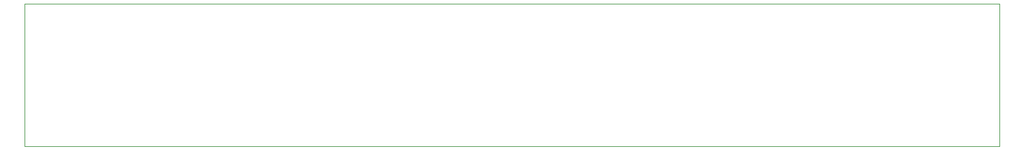
<source format=gbr>
G04 #@! TF.GenerationSoftware,KiCad,Pcbnew,6.0.1-79c1e3a40b~116~ubuntu20.04.1*
G04 #@! TF.CreationDate,2022-01-17T11:12:02+01:00*
G04 #@! TF.ProjectId,DNMS,444e4d53-2e6b-4696-9361-645f70636258,V1.6*
G04 #@! TF.SameCoordinates,Original*
G04 #@! TF.FileFunction,Profile,NP*
%FSLAX46Y46*%
G04 Gerber Fmt 4.6, Leading zero omitted, Abs format (unit mm)*
G04 Created by KiCad (PCBNEW 6.0.1-79c1e3a40b~116~ubuntu20.04.1) date 2022-01-17 11:12:02*
%MOMM*%
%LPD*%
G01*
G04 APERTURE LIST*
G04 #@! TA.AperFunction,Profile*
%ADD10C,0.050000*%
G04 #@! TD*
G04 APERTURE END LIST*
D10*
X55858400Y-74799800D02*
X186961800Y-74799800D01*
X55858400Y-94000000D02*
X186961800Y-94000000D01*
X186961800Y-74799800D02*
X186961800Y-94000000D01*
X55858400Y-74799800D02*
X55858400Y-94000000D01*
M02*

</source>
